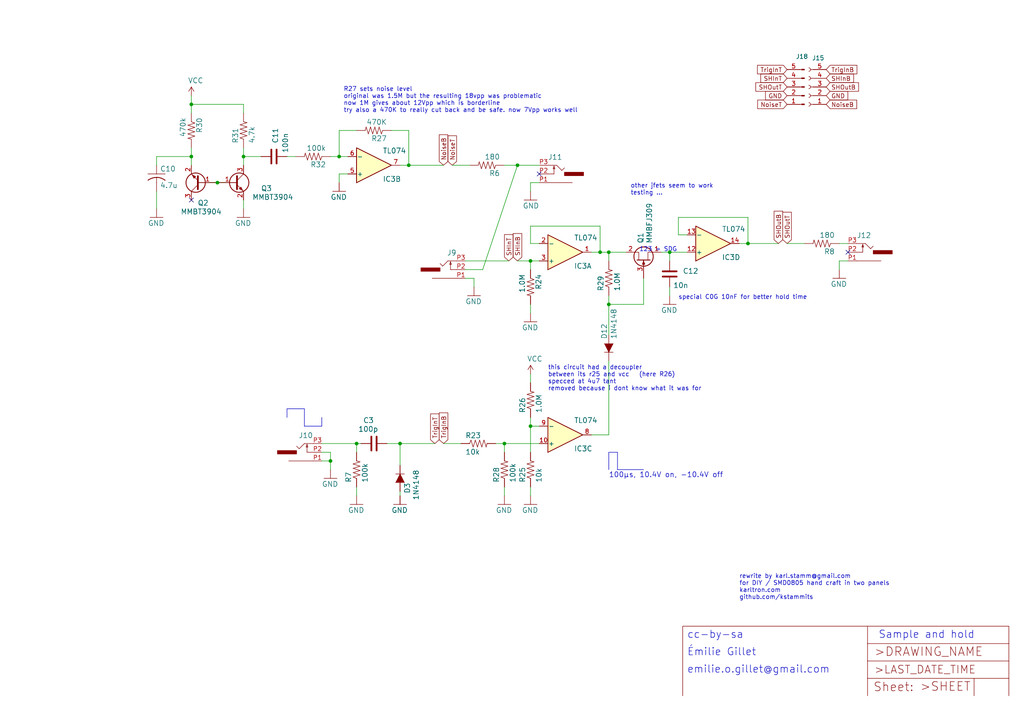
<source format=kicad_sch>
(kicad_sch (version 20230121) (generator eeschema)
  (paper "User" 299.06 210.007)
  (title_block (title "Crimps") (date "2021-11-12") (rev "1.2.1") (company "Karltron.com"))
  (lib_symbols
    (symbol "Amplifier_Operational:TL074" (pin_names (offset 0.127))
      (property "Reference" "U" (at 0 5.08 0))
      (property "Value" "TL074" (at 0 -5.08 0))
      (symbol "TL074_1_1"
        (polyline (pts (xy -5.08 5.08) (xy 5.08 0) (xy -5.08 -5.08) (xy -5.08 5.08)) (stroke (width 0.254)) (fill (type background)))
        (pin output line (at 7.62 0 180) (length 2.54) (name "~") (number "1"))
        (pin input line (at -7.62 -2.54 0) (length 2.54) (name "-") (number "2"))
        (pin input line (at -7.62 2.54 0) (length 2.54) (name "+") (number "3"))
      )
      (symbol "TL074_2_1"
        (polyline (pts (xy -5.08 5.08) (xy 5.08 0) (xy -5.08 -5.08) (xy -5.08 5.08)) (stroke (width 0.254)) (fill (type background)))
        (pin input line (at -7.62 2.54 0) (length 2.54) (name "+") (number "5"))
        (pin input line (at -7.62 -2.54 0) (length 2.54) (name "-") (number "6"))
        (pin output line (at 7.62 0 180) (length 2.54) (name "~") (number "7"))
      )
      (symbol "TL074_3_1"
        (polyline (pts (xy -5.08 5.08) (xy 5.08 0) (xy -5.08 -5.08) (xy -5.08 5.08)) (stroke (width 0.254)) (fill (type background)))
        (pin input line (at -7.62 2.54 0) (length 2.54) (name "+") (number "10"))
        (pin output line (at 7.62 0 180) (length 2.54) (name "~") (number "8"))
        (pin input line (at -7.62 -2.54 0) (length 2.54) (name "-") (number "9"))
      )
      (symbol "TL074_4_1"
        (polyline (pts (xy -5.08 5.08) (xy 5.08 0) (xy -5.08 -5.08) (xy -5.08 5.08)) (stroke (width 0.254)) (fill (type background)))
        (pin input line (at -7.62 2.54 0) (length 2.54) (name "+") (number "12"))
        (pin input line (at -7.62 -2.54 0) (length 2.54) (name "-") (number "13"))
        (pin output line (at 7.62 0 180) (length 2.54) (name "~") (number "14"))
      )
      (symbol "TL074_5_1"
        (pin power_in line (at -2.54 -7.62 90) (length 3.81) (name "V-") (number "11"))
        (pin power_in line (at -2.54 7.62 270) (length 3.81) (name "V+") (number "4"))
      )
    )
    (symbol "Jinx-rescue:C-device" (pin_numbers hide) (pin_names (offset 0.254))
      (property "Reference" "C" (at 0.635 2.54 0))
      (property "Value" "device_C" (at 0.635 -2.54 0))
      (symbol "C-device_0_1"
        (polyline (pts (xy -2.032 -0.762) (xy 2.032 -0.762)) (stroke (width 0.508)))
        (polyline (pts (xy -2.032 0.762) (xy 2.032 0.762)) (stroke (width 0.508)))
      )
      (symbol "C-device_1_1"
        (pin passive line (at 0 3.81 270) (length 2.794) (name "~") (number "1"))
        (pin passive line (at 0 -3.81 90) (length 2.794) (name "~") (number "2"))
      )
    )
    (symbol "Jinx-rescue:Conn_01x05_Female-Connector" (pin_names (offset 1.016) hide)
      (property "Reference" "J" (at 0 7.62 0))
      (property "Value" "Connector_Conn_01x05_Female" (at 0 -7.62 0))
      (symbol "Conn_01x05_Female-Connector_1_1"
        (arc (start 0 -4.572) (mid -0.5058 -5.08) (end 0 -5.588) (stroke (width 0.1524)))
        (arc (start 0 -2.032) (mid -0.5058 -2.54) (end 0 -3.048) (stroke (width 0.1524)))
        (polyline (pts (xy -1.27 -5.08) (xy -0.508 -5.08)) (stroke (width 0.1524)))
        (polyline (pts (xy -1.27 -2.54) (xy -0.508 -2.54)) (stroke (width 0.1524)))
        (polyline (pts (xy -1.27 0) (xy -0.508 0)) (stroke (width 0.1524)))
        (polyline (pts (xy -1.27 2.54) (xy -0.508 2.54)) (stroke (width 0.1524)))
        (polyline (pts (xy -1.27 5.08) (xy -0.508 5.08)) (stroke (width 0.1524)))
        (arc (start 0 0.508) (mid -0.5058 0) (end 0 -0.508) (stroke (width 0.1524)))
        (arc (start 0 3.048) (mid -0.5058 2.54) (end 0 2.032) (stroke (width 0.1524)))
        (arc (start 0 5.588) (mid -0.5058 5.08) (end 0 4.572) (stroke (width 0.1524)))
        (pin passive line (at -5.08 5.08 0) (length 3.81) (name "Pin_1") (number "1"))
        (pin passive line (at -5.08 2.54 0) (length 3.81) (name "Pin_2") (number "2"))
        (pin passive line (at -5.08 0 0) (length 3.81) (name "Pin_3") (number "3"))
        (pin passive line (at -5.08 -2.54 0) (length 3.81) (name "Pin_4") (number "4"))
        (pin passive line (at -5.08 -5.08 0) (length 3.81) (name "Pin_5") (number "5"))
      )
    )
    (symbol "Jinx-rescue:Conn_01x05_Male-Connector" (pin_names (offset 1.016) hide)
      (property "Reference" "J" (at 0 7.62 0))
      (property "Value" "Connector_Conn_01x05_Male" (at 0 -7.62 0))
      (symbol "Conn_01x05_Male-Connector_1_1"
        (polyline (pts (xy 1.27 -5.08) (xy 0.8636 -5.08)) (stroke (width 0.1524)))
        (polyline (pts (xy 1.27 -2.54) (xy 0.8636 -2.54)) (stroke (width 0.1524)))
        (polyline (pts (xy 1.27 0) (xy 0.8636 0)) (stroke (width 0.1524)))
        (polyline (pts (xy 1.27 2.54) (xy 0.8636 2.54)) (stroke (width 0.1524)))
        (polyline (pts (xy 1.27 5.08) (xy 0.8636 5.08)) (stroke (width 0.1524)))
        (rectangle (start 0.8636 -4.953) (end 0 -5.207) (stroke (width 0.1524)) (fill (type outline)))
        (rectangle (start 0.8636 -2.413) (end 0 -2.667) (stroke (width 0.1524)) (fill (type outline)))
        (rectangle (start 0.8636 0.127) (end 0 -0.127) (stroke (width 0.1524)) (fill (type outline)))
        (rectangle (start 0.8636 2.667) (end 0 2.413) (stroke (width 0.1524)) (fill (type outline)))
        (rectangle (start 0.8636 5.207) (end 0 4.953) (stroke (width 0.1524)) (fill (type outline)))
        (pin passive line (at 5.08 5.08 180) (length 3.81) (name "Pin_1") (number "1"))
        (pin passive line (at 5.08 2.54 180) (length 3.81) (name "Pin_2") (number "2"))
        (pin passive line (at 5.08 0 180) (length 3.81) (name "Pin_3") (number "3"))
        (pin passive line (at 5.08 -2.54 180) (length 3.81) (name "Pin_4") (number "4"))
        (pin passive line (at 5.08 -5.08 180) (length 3.81) (name "Pin_5") (number "5"))
      )
    )
    (symbol "Jinx-rescue:D-device" (pin_numbers hide) (pin_names (offset 1.016) hide)
      (property "Reference" "D" (at 0 2.54 0))
      (property "Value" "device_D" (at 0 -2.54 0))
      (symbol "D-device_0_1"
        (polyline (pts (xy -1.27 1.27) (xy -1.27 -1.27)) (stroke (width 0.1524)))
        (polyline (pts (xy 1.27 1.27) (xy -1.27 0) (xy 1.27 -1.27)) (fill (type outline)))
      )
      (symbol "D-device_1_1"
        (pin passive line (at -3.81 0 0) (length 2.54) (name "K") (number "1"))
        (pin passive line (at 3.81 0 180) (length 2.54) (name "A") (number "2"))
      )
    )
    (symbol "Jinx-rescue:Q_NJFET_SDG-device" (pin_names (offset 0) hide)
      (property "Reference" "Q" (at 7.62 1.27 0))
      (property "Value" "device_Q_NJFET_SDG" (at 16.51 -1.27 0))
      (symbol "Q_NJFET_SDG-device_0_1"
        (polyline (pts (xy 0.254 1.905) (xy 0.254 -1.905) (xy 0.254 -1.905)) (stroke (width 0.254)))
        (polyline (pts (xy 2.54 -2.54) (xy 2.54 -1.27) (xy 0.254 -1.27)))
        (polyline (pts (xy 2.54 2.54) (xy 2.54 1.397) (xy 0.254 1.397)))
        (polyline (pts (xy 0 0) (xy -1.016 0.381) (xy -1.016 -0.381) (xy 0 0)) (fill (type outline)))
        (circle (center 1.27 0) (radius 2.8194) (stroke (width 0.254)))
      )
      (symbol "Q_NJFET_SDG-device_1_1"
        (pin passive line (at 2.54 -5.08 90) (length 2.54) (name "S") (number "1"))
        (pin passive line (at 2.54 5.08 270) (length 2.54) (name "D") (number "2"))
        (pin input line (at -5.08 0 0) (length 5.334) (name "G") (number "3"))
      )
    )
    (symbol "Jinx-rescue:Q_NPN_BEC-device" (pin_names (offset 0) hide)
      (property "Reference" "Q" (at 7.62 1.27 0))
      (property "Value" "device_Q_NPN_BEC" (at 15.24 -1.27 0))
      (symbol "Q_NPN_BEC-device_0_1"
        (polyline (pts (xy 0.635 0.635) (xy 2.54 2.54)))
        (polyline (pts (xy 0.635 -0.635) (xy 2.54 -2.54) (xy 2.54 -2.54)))
        (polyline (pts (xy 0.635 1.905) (xy 0.635 -1.905) (xy 0.635 -1.905)) (stroke (width 0.508)))
        (polyline (pts (xy 1.27 -1.778) (xy 1.778 -1.27) (xy 2.286 -2.286) (xy 1.27 -1.778) (xy 1.27 -1.778)) (fill (type outline)))
        (circle (center 1.27 0) (radius 2.8194) (stroke (width 0.254)))
      )
      (symbol "Q_NPN_BEC-device_1_1"
        (pin input line (at -5.08 0 0) (length 5.715) (name "B") (number "1"))
        (pin passive line (at 2.54 -5.08 90) (length 2.54) (name "E") (number "2"))
        (pin passive line (at 2.54 5.08 270) (length 2.54) (name "C") (number "3"))
      )
    )
    (symbol "k2-eagle-import:A4L-LOC" (pin_names (offset 1.016))
      (symbol "A4L-LOC_1_0"
        (polyline (pts (xy 161.29 3.81) (xy 161.29 24.13)))
        (polyline (pts (xy 161.29 24.13) (xy 215.265 24.13)))
        (polyline (pts (xy 215.265 8.89) (xy 215.265 3.81)))
        (polyline (pts (xy 215.265 8.89) (xy 215.265 13.97)))
        (polyline (pts (xy 215.265 13.97) (xy 215.265 19.05)))
        (polyline (pts (xy 215.265 13.97) (xy 256.54 13.97)))
        (polyline (pts (xy 215.265 19.05) (xy 215.265 24.13)))
        (polyline (pts (xy 215.265 19.05) (xy 256.54 19.05)))
        (polyline (pts (xy 215.265 24.13) (xy 256.54 24.13)))
        (polyline (pts (xy 246.38 3.81) (xy 246.38 8.89)))
        (polyline (pts (xy 246.38 8.89) (xy 215.265 8.89)))
        (polyline (pts (xy 246.38 8.89) (xy 256.54 8.89)))
        (polyline (pts (xy 256.54 3.81) (xy 256.54 8.89)))
        (polyline (pts (xy 256.54 8.89) (xy 256.54 13.97)))
        (polyline (pts (xy 256.54 13.97) (xy 256.54 19.05)))
        (polyline (pts (xy 256.54 19.05) (xy 256.54 24.13)))
        (text ">DRAWING_NAME" (at 217.17 15.24 0) (effects (font (size 2.54 2.54)) (justify left bottom)))
        (text ">LAST_DATE_TIME" (at 217.17 10.16 0) (effects (font (size 2.286 2.286)) (justify left bottom)))
        (text ">SHEET" (at 230.505 5.08 0) (effects (font (size 2.54 2.54)) (justify left bottom)))
        (text "Sheet:" (at 216.916 4.953 0) (effects (font (size 2.54 2.54)) (justify left bottom)))
      )
    )
    (symbol "k2-eagle-import:C-USC0603" (pin_names (offset 1.016))
      (property "Reference" "C" (at 1.016 0.635 0))
      (property "Value" "C-USC0603" (at 1.016 -4.191 0))
      (symbol "C-USC0603_1_0"
        (arc (start 0 -1.016) (mid -1.2939 -1.2289) (end -2.4638 -1.8288) (stroke (width 0.254)))
        (polyline (pts (xy -2.54 0) (xy 2.54 0)))
        (polyline (pts (xy 0 -1.016) (xy 0 -2.54)))
        (arc (start 2.4892 -1.8542) (mid 1.3167 -1.2157) (end 0 -0.9906) (stroke (width 0.254)))
        (pin passive line (at 0 2.54 270) (length 2.54) (name "1") (number "1"))
        (pin passive line (at 0 -5.08 90) (length 2.54) (name "2") (number "2"))
      )
    )
    (symbol "k2-eagle-import:GND" (power) (pin_names (offset 1.016))
      (property "Value" "GND" (at -2.54 -2.54 0))
      (symbol "GND_1_0"
        (polyline (pts (xy -1.905 0) (xy 1.905 0)))
        (pin power_in line (at 0 2.54 270) (length 2.54) (name "GND") (number "1"))
      )
    )
    (symbol "k2-eagle-import:PJ301_THONKICONN6" (pin_names (offset 1.016))
      (property "Reference" "J" (at -2.54 4.064 0))
      (symbol "PJ301_THONKICONN6_1_0"
        (polyline (pts (xy -2.54 -2.54) (xy 4.572 -2.54)))
        (polyline (pts (xy -2.54 0) (xy -0.762 0)))
        (polyline (pts (xy -2.54 2.54) (xy 0 2.54)))
        (polyline (pts (xy -1.016 1.524) (xy -0.508 1.524)))
        (polyline (pts (xy -0.762 0) (xy -0.762 2.286)))
        (polyline (pts (xy -0.762 2.286) (xy -1.016 1.524)))
        (polyline (pts (xy -0.508 1.524) (xy -0.762 2.286)))
        (polyline (pts (xy 0 2.54) (xy 1.524 1.016)))
        (polyline (pts (xy 1.524 1.016) (xy 2.286 1.778)))
        (rectangle (start 2.286 -0.508) (end 7.874 0.508) (fill (type outline)))
        (pin passive line (at -5.08 -2.54 0) (length 2.54) (name "1") (number "P1"))
        (pin passive line (at -5.08 0 0) (length 2.54) (name "2") (number "P2"))
        (pin passive line (at -5.08 2.54 0) (length 2.54) (name "3") (number "P3"))
      )
    )
    (symbol "k2-eagle-import:R-US_R0402" (pin_names (offset 1.016))
      (property "Reference" "R" (at -3.81 1.4986 0))
      (property "Value" "R-US_R0402" (at -3.81 -3.302 0))
      (symbol "R-US_R0402_1_0"
        (polyline (pts (xy -2.54 0) (xy -2.159 1.016)))
        (polyline (pts (xy -2.159 1.016) (xy -1.524 -1.016)))
        (polyline (pts (xy -1.524 -1.016) (xy -0.889 1.016)))
        (polyline (pts (xy -0.889 1.016) (xy -0.254 -1.016)))
        (polyline (pts (xy -0.254 -1.016) (xy 0.381 1.016)))
        (polyline (pts (xy 0.381 1.016) (xy 1.016 -1.016)))
        (polyline (pts (xy 1.016 -1.016) (xy 1.651 1.016)))
        (polyline (pts (xy 1.651 1.016) (xy 2.286 -1.016)))
        (polyline (pts (xy 2.286 -1.016) (xy 2.54 0)))
        (pin passive line (at -5.08 0 0) (length 2.54) (name "1") (number "1"))
        (pin passive line (at 5.08 0 180) (length 2.54) (name "2") (number "2"))
      )
    )
    (symbol "k2-eagle-import:VCC" (power) (pin_names (offset 1.016))
      (property "Value" "VCC" (at -1.016 3.556 0))
      (symbol "VCC_1_0"
        (polyline (pts (xy 0 2.54) (xy -0.762 1.27)))
        (polyline (pts (xy 0.762 1.27) (xy 0 2.54)))
        (pin power_in line (at 0 0 90) (length 2.54) (name "VCC") (number "1"))
      )
    )
  )
  (junction (at 177.8 73.66))
  (junction (at 55.88 45.72))
  (junction (at 154.94 76.2))
  (junction (at 154.94 124.46))
  (junction (at 218.44 71.12))
  (junction (at 119.38 48.26))
  (junction (at 151.13 48.26))
  (junction (at 96.52 134.62))
  (junction (at 147.32 129.54))
  (junction (at 55.88 30.48))
  (junction (at 177.8 88.9))
  (junction (at 116.84 129.54))
  (junction (at 175.26 73.66))
  (junction (at 63.5 53.34))
  (junction (at 99.06 45.72))
  (junction (at 104.14 129.54))
  (junction (at 71.12 45.72))
  (junction (at 195.58 73.66))
  (no_connect (at 55.88 58.42))
  (no_connect (at 157.48 50.8))
  (no_connect (at 247.65 73.66))
  (wire (pts (xy 71.12 48.26) (xy 71.12 45.72)))
  (wire (pts (xy 71.12 45.72) (xy 71.12 43.18)))
  (wire (pts (xy 154.94 71.12) (xy 154.94 66.04)))
  (wire (pts (xy 218.44 71.12) (xy 215.9 71.12)))
  (polyline (pts (xy 88.9 124.46) (xy 93.98 124.46)))
  (wire (pts (xy 218.44 63.5) (xy 218.44 71.12)))
  (wire (pts (xy 138.43 81.28) (xy 138.43 83.82)))
  (wire (pts (xy 198.12 63.5) (xy 218.44 63.5)))
  (wire (pts (xy 60.96 53.34) (xy 63.5 53.34)))
  (wire (pts (xy 157.48 71.12) (xy 154.94 71.12)))
  (wire (pts (xy 154.94 124.46) (xy 154.94 121.92)))
  (wire (pts (xy 151.13 76.2) (xy 154.94 76.2)))
  (wire (pts (xy 135.89 76.2) (xy 148.59 76.2)))
  (wire (pts (xy 147.32 129.54) (xy 147.32 132.08)))
  (wire (pts (xy 104.14 38.1) (xy 99.06 38.1)))
  (wire (pts (xy 116.84 129.54) (xy 116.84 135.89)))
  (wire (pts (xy 93.98 132.08) (xy 96.52 132.08)))
  (wire (pts (xy 76.2 45.72) (xy 71.12 45.72)))
  (wire (pts (xy 99.06 38.1) (xy 99.06 45.72)))
  (polyline (pts (xy 180.34 137.16) (xy 187.96 137.16)))
  (wire (pts (xy 104.14 142.24) (xy 104.14 144.78)))
  (wire (pts (xy 71.12 58.42) (xy 71.12 60.96)))
  (wire (pts (xy 154.94 66.04) (xy 175.26 66.04)))
  (wire (pts (xy 245.11 76.2) (xy 245.11 78.74)))
  (wire (pts (xy 157.48 124.46) (xy 154.94 124.46)))
  (wire (pts (xy 45.72 45.72) (xy 55.88 45.72)))
  (wire (pts (xy 119.38 48.26) (xy 129.54 48.26)))
  (wire (pts (xy 172.72 127) (xy 177.8 127)))
  (wire (pts (xy 104.14 129.54) (xy 93.98 129.54)))
  (wire (pts (xy 154.94 78.74) (xy 154.94 76.2)))
  (wire (pts (xy 99.06 45.72) (xy 96.52 45.72)))
  (wire (pts (xy 86.36 45.72) (xy 83.82 45.72)))
  (wire (pts (xy 154.94 88.9) (xy 154.94 91.44)))
  (wire (pts (xy 177.8 86.36) (xy 177.8 88.9)))
  (wire (pts (xy 147.32 48.26) (xy 151.13 48.26)))
  (wire (pts (xy 116.84 129.54) (xy 127 129.54)))
  (wire (pts (xy 96.52 134.62) (xy 96.52 137.16)))
  (wire (pts (xy 147.32 129.54) (xy 157.48 129.54)))
  (wire (pts (xy 104.14 129.54) (xy 105.41 129.54)))
  (polyline (pts (xy 180.34 132.08) (xy 180.34 137.16)))
  (wire (pts (xy 247.65 76.2) (xy 245.11 76.2)))
  (wire (pts (xy 119.38 38.1) (xy 119.38 48.26)))
  (wire (pts (xy 99.06 50.8) (xy 99.06 53.34)))
  (polyline (pts (xy 83.82 119.38) (xy 88.9 119.38)))
  (wire (pts (xy 157.48 53.34) (xy 154.94 53.34)))
  (wire (pts (xy 154.94 53.34) (xy 154.94 55.88)))
  (polyline (pts (xy 83.82 121.92) (xy 83.82 119.38)))
  (wire (pts (xy 195.58 73.66) (xy 195.58 76.2)))
  (wire (pts (xy 175.26 73.66) (xy 177.8 73.66)))
  (wire (pts (xy 229.87 71.12) (xy 234.95 71.12)))
  (wire (pts (xy 195.58 83.82) (xy 195.58 86.36)))
  (wire (pts (xy 151.13 48.26) (xy 157.48 48.26)))
  (wire (pts (xy 116.84 144.78) (xy 116.84 143.51)))
  (wire (pts (xy 55.88 33.02) (xy 55.88 30.48)))
  (wire (pts (xy 140.97 78.74) (xy 151.13 48.26)))
  (wire (pts (xy 55.88 48.26) (xy 55.88 45.72)))
  (wire (pts (xy 144.78 129.54) (xy 147.32 129.54)))
  (wire (pts (xy 116.84 48.26) (xy 119.38 48.26)))
  (wire (pts (xy 114.3 38.1) (xy 119.38 38.1)))
  (wire (pts (xy 101.6 50.8) (xy 99.06 50.8)))
  (wire (pts (xy 177.8 88.9) (xy 187.96 88.9)))
  (wire (pts (xy 218.44 71.12) (xy 227.33 71.12)))
  (wire (pts (xy 147.32 142.24) (xy 147.32 144.78)))
  (polyline (pts (xy 177.8 137.16) (xy 177.8 132.08)))
  (wire (pts (xy 96.52 132.08) (xy 96.52 134.62)))
  (wire (pts (xy 55.88 30.48) (xy 55.88 27.94)))
  (wire (pts (xy 177.8 97.79) (xy 177.8 88.9)))
  (polyline (pts (xy 93.98 124.46) (xy 93.98 121.92)))
  (wire (pts (xy 55.88 30.48) (xy 71.12 30.48)))
  (wire (pts (xy 177.8 127) (xy 177.8 105.41)))
  (wire (pts (xy 55.88 45.72) (xy 55.88 43.18)))
  (wire (pts (xy 154.94 76.2) (xy 157.48 76.2)))
  (wire (pts (xy 104.14 132.08) (xy 104.14 129.54)))
  (wire (pts (xy 113.03 129.54) (xy 116.84 129.54)))
  (wire (pts (xy 198.12 68.58) (xy 198.12 63.5)))
  (wire (pts (xy 154.94 142.24) (xy 154.94 144.78)))
  (wire (pts (xy 177.8 73.66) (xy 182.88 73.66)))
  (wire (pts (xy 154.94 124.46) (xy 154.94 132.08)))
  (wire (pts (xy 129.54 129.54) (xy 134.62 129.54)))
  (wire (pts (xy 132.08 48.26) (xy 137.16 48.26)))
  (wire (pts (xy 140.97 78.74) (xy 135.89 78.74)))
  (wire (pts (xy 63.5 53.34) (xy 66.04 53.34)))
  (polyline (pts (xy 88.9 119.38) (xy 88.9 124.46)))
  (wire (pts (xy 45.72 55.88) (xy 45.72 60.96)))
  (wire (pts (xy 187.96 88.9) (xy 187.96 81.28)))
  (wire (pts (xy 177.8 76.2) (xy 177.8 73.66)))
  (wire (pts (xy 135.89 81.28) (xy 138.43 81.28)))
  (wire (pts (xy 245.11 71.12) (xy 247.65 71.12)))
  (wire (pts (xy 193.04 73.66) (xy 195.58 73.66)))
  (wire (pts (xy 200.66 68.58) (xy 198.12 68.58)))
  (wire (pts (xy 99.06 45.72) (xy 101.6 45.72)))
  (wire (pts (xy 175.26 73.66) (xy 172.72 73.66)))
  (wire (pts (xy 93.98 134.62) (xy 96.52 134.62)))
  (wire (pts (xy 45.72 48.26) (xy 45.72 45.72)))
  (wire (pts (xy 154.94 111.76) (xy 154.94 109.22)))
  (wire (pts (xy 195.58 73.66) (xy 200.66 73.66)))
  (wire (pts (xy 71.12 30.48) (xy 71.12 33.02)))
  (polyline (pts (xy 177.8 132.08) (xy 180.34 132.08)))
  (wire (pts (xy 175.26 66.04) (xy 175.26 73.66)))
  (text "rewrite by karl.stamm@gmail.com\nfor DIY / SMD0805 hand craft in two panels\nkarltron.com\ngithub.com/kstammits" (at 215.9 175.26 0) (effects (font (size 1.27 1.27)) (justify left bottom)))
  (text "100µs, 10.4V on, -10.4V off" (at 177.8 139.7 0) (effects (font (size 1.4986 1.4986)) (justify left bottom)))
  (text "Émilie Gillet" (at 200.66 191.77 0) (effects (font (size 2.159 2.159)) (justify left bottom)))
  (text "emilie.o.gillet@gmail.com" (at 200.66 196.85 0) (effects (font (size 2.159 2.159)) (justify left bottom)))
  (text "special C0G 10nF for better hold time" (at 198.12 87.63 0) (effects (font (size 1.27 1.27)) (justify left bottom)))
  (text "this circuit had a decoupler \nbetween its r25 and vcc   (here R26)\nspecced at 4u7 tant\nremoved because i dont know what it was for" (at 160.02 114.3 0) (effects (font (size 1.27 1.27)) (justify left bottom)))
  (text "R27 sets noise level\noriginal was 1.5M but the resulting 18vpp was problematic\nnow 1M gives about 12Vpp which is borderline\ntry also a 470K to really cut back and be safe. now 7Vpp works well" (at 100.33 33.02 0) (effects (font (size 1.27 1.27)) (justify left bottom)))
  (text "cc-by-sa" (at 200.66 186.69 0) (effects (font (size 2.159 2.159)) (justify left bottom)))
  (text "other jfets seem to work\ntesting ..." (at 184.15 57.15 0) (effects (font (size 1.27 1.27)) (justify left bottom)))
  (text "123 = SDG" (at 186.69 73.66 0) (effects (font (size 1.27 1.27)) (justify left bottom)))
  (text "Sample and hold" (at 256.54 186.69 0) (effects (font (size 2.159 2.159)) (justify left bottom)))
  (global_label "SHInB" (shape input) (at 241.3 22.86 0) (property "Intersheetrefs" "${INTERSHEET_REFS}" (effects hide)))
  (global_label "GND" (shape input) (at 229.87 27.94 180) (property "Intersheetrefs" "${INTERSHEET_REFS}" (effects hide)))
  (global_label "NoiseT" (shape input) (at 132.08 48.26 90) (property "Intersheetrefs" "${INTERSHEET_REFS}" (effects hide)))
  (global_label "NoiseB" (shape input) (at 241.3 30.48 0) (property "Intersheetrefs" "${INTERSHEET_REFS}" (effects hide)))
  (global_label "TrigInT" (shape input) (at 127 129.54 90) (property "Intersheetrefs" "${INTERSHEET_REFS}" (effects hide)))
  (global_label "SHInB" (shape input) (at 151.13 76.2 90) (property "Intersheetrefs" "${INTERSHEET_REFS}" (effects hide)))
  (global_label "SHInT" (shape input) (at 229.87 22.86 180) (property "Intersheetrefs" "${INTERSHEET_REFS}" (effects hide)))
  (global_label "NoiseB" (shape input) (at 129.54 48.26 90) (property "Intersheetrefs" "${INTERSHEET_REFS}" (effects hide)))
  (global_label "SHOutT" (shape input) (at 229.87 71.12 90) (property "Intersheetrefs" "${INTERSHEET_REFS}" (effects hide)))
  (global_label "TrigInB" (shape input) (at 129.54 129.54 90) (property "Intersheetrefs" "${INTERSHEET_REFS}" (effects hide)))
  (global_label "SHOutB" (shape input) (at 227.33 71.12 90) (property "Intersheetrefs" "${INTERSHEET_REFS}" (effects hide)))
  (global_label "TrigInB" (shape input) (at 241.3 20.32 0) (property "Intersheetrefs" "${INTERSHEET_REFS}" (effects hide)))
  (global_label "NoiseT" (shape input) (at 229.87 30.48 180) (property "Intersheetrefs" "${INTERSHEET_REFS}" (effects hide)))
  (global_label "SHInT" (shape input) (at 148.59 76.2 90) (property "Intersheetrefs" "${INTERSHEET_REFS}" (effects hide)))
  (global_label "GND" (shape input) (at 241.3 27.94 0) (property "Intersheetrefs" "${INTERSHEET_REFS}" (effects hide)))
  (global_label "TrigInT" (shape input) (at 229.87 20.32 180) (property "Intersheetrefs" "${INTERSHEET_REFS}" (effects hide)))
  (global_label "SHOutT" (shape input) (at 229.87 25.4 180) (property "Intersheetrefs" "${INTERSHEET_REFS}" (effects hide)))
  (global_label "SHOutB" (shape input) (at 241.3 25.4 0) (property "Intersheetrefs" "${INTERSHEET_REFS}" (effects hide)))
  (symbol (lib_id "k2-eagle-import:PJ301_THONKICONN6") (at 162.56 50.8 0) (unit 1)
    (property "Reference" "J11" (at 160.02 46.736 0) (effects (font (size 1.4986 1.4986)) (justify left bottom)))
    (property "Value" "PJ301_THONKICONN6" (effects hide))
    (property "Footprint" "k2:WQP_PJ_301M6" (effects hide))
  )
  (symbol (lib_id "Jinx-rescue:C-device") (at 80.01 45.72 90) (unit 1)
    (property "Reference" "C11" (at 81.28 41.91 0) (effects (font (size 1.4986 1.4986)) (justify left bottom)))
    (property "Value" "100n" (at 84.201 44.704 0) (effects (font (size 1.4986 1.4986)) (justify left bottom)))
    (property "Footprint" "Capacitor_SMD:C_0805_2012Metric_Pad1.18x1.45mm_HandSolder" (effects hide))
  )
  (symbol (lib_id "Jinx-rescue:C-device") (at 109.22 129.54 90) (unit 1)
    (property "Reference" "C3" (at 109.22 121.92 90) (effects (font (size 1.4986 1.4986)) (justify left bottom)))
    (property "Value" "100p" (at 110.49 124.46 90) (effects (font (size 1.4986 1.4986)) (justify left bottom)))
    (property "Footprint" "Capacitor_SMD:C_0805_2012Metric_Pad1.18x1.45mm_HandSolder" (effects hide))
  )
  (symbol (lib_id "Jinx-rescue:C-device") (at 195.58 80.01 0) (unit 1)
    (property "Reference" "C12" (at 199.39 80.01 0) (effects (font (size 1.4986 1.4986)) (justify left bottom)))
    (property "Value" "10n" (at 196.596 84.201 0) (effects (font (size 1.4986 1.4986)) (justify left bottom)))
    (property "Footprint" "Capacitor_SMD:C_0805_2012Metric_Pad1.18x1.45mm_HandSolder" (effects hide))
  )
  (symbol (lib_id "k2-eagle-import:GND") (at 195.58 88.9 0) (unit 1)
    (property "Reference" "#GND030" (effects hide))
    (property "Value" "GND" (at 193.04 91.44 0) (effects (font (size 1.4986 1.4986)) (justify left bottom)))
    (instances (project "Jinx" (path "" (reference "#GND030") (unit 1)) (path "" (reference "#GND30") (unit 1))))
  )
  (symbol (lib_id "k2-eagle-import:GND") (at 154.94 58.42 0) (mirror y) (unit 1)
    (property "Reference" "#GND015" (effects hide))
    (property "Value" "GND" (at 157.48 60.96 0) (effects (font (size 1.4986 1.4986)) (justify left bottom)))
    (instances (project "Jinx" (path "" (reference "#GND015") (unit 1)) (path "" (reference "#GND15") (unit 1))))
  )
  (symbol (lib_id "k2-eagle-import:PJ301_THONKICONN6") (at 130.81 78.74 0) (mirror y) (unit 1)
    (property "Reference" "J9" (at 133.35 74.676 0) (effects (font (size 1.4986 1.4986)) (justify left bottom)))
    (property "Value" "PJ301_THONKICONN6" (effects hide))
    (property "Footprint" "k2:WQP_PJ_301M6" (effects hide))
  )
  (symbol (lib_id "k2-eagle-import:GND") (at 96.52 139.7 0) (unit 1)
    (property "Reference" "#GND016" (effects hide))
    (property "Value" "GND" (at 93.98 142.24 0) (effects (font (size 1.4986 1.4986)) (justify left bottom)))
    (instances (project "Jinx" (path "" (reference "#GND016") (unit 1)) (path "" (reference "#GND16") (unit 1))))
  )
  (symbol (lib_id "k2-eagle-import:VCC") (at 55.88 27.94 0) (unit 1)
    (property "Reference" "#P+03" (effects hide))
    (property "Value" "VCC" (at 54.864 24.384 0) (effects (font (size 1.4986 1.4986)) (justify left bottom)))
    (instances (project "Jinx" (path "" (reference "#P+03") (unit 1)) (path "" (reference "#P+3") (unit 1))))
  )
  (symbol (lib_id "Jinx-rescue:D-device") (at 177.8 101.6 90) (unit 1)
    (property "Reference" "D12" (at 177.3174 99.06 0) (effects (font (size 1.4986 1.4986)) (justify left bottom)))
    (property "Value" "1N4148" (at 180.1114 99.06 0) (effects (font (size 1.4986 1.4986)) (justify left bottom)))
    (property "Footprint" "Diode_SMD:D_1206_3216Metric_Pad1.42x1.75mm_HandSolder" (effects hide))
  )
  (symbol (lib_id "Jinx-rescue:Q_NPN_BEC-device") (at 58.42 53.34 180) (unit 1)
    (property "Reference" "Q2" (at 60.96 58.42 0) (effects (font (size 1.4986 1.4986)) (justify left bottom)))
    (property "Value" "MMBT3904" (at 64.77 60.96 0) (effects (font (size 1.4986 1.4986)) (justify left bottom)))
    (property "Footprint" "Package_TO_SOT_SMD:SOT-23_Handsoldering" (effects hide))
  )
  (symbol (lib_id "k2-eagle-import:R-US_R0402") (at 142.24 48.26 180) (unit 1)
    (property "Reference" "R6" (at 146.05 49.7586 0) (effects (font (size 1.4986 1.4986)) (justify left bottom)))
    (property "Value" "180" (at 146.05 44.958 0) (effects (font (size 1.4986 1.4986)) (justify left bottom)))
    (property "Footprint" "Resistor_SMD:R_0805_2012Metric_Pad1.20x1.40mm_HandSolder" (effects hide))
  )
  (symbol (lib_id "k2-eagle-import:R-US_R0402") (at 104.14 137.16 90) (unit 1)
    (property "Reference" "R7" (at 102.6414 140.97 0) (effects (font (size 1.4986 1.4986)) (justify left bottom)))
    (property "Value" "100k" (at 107.442 140.97 0) (effects (font (size 1.4986 1.4986)) (justify left bottom)))
    (property "Footprint" "Resistor_SMD:R_0805_2012Metric_Pad1.20x1.40mm_HandSolder" (effects hide))
  )
  (symbol (lib_id "k2-eagle-import:VCC") (at 154.94 109.22 0) (unit 1)
    (property "Reference" "#P+08" (effects hide))
    (property "Value" "VCC" (at 153.924 105.664 0) (effects (font (size 1.4986 1.4986)) (justify left bottom)))
    (instances (project "Jinx" (path "" (reference "#P+08") (unit 1)) (path "" (reference "#P+8") (unit 1))))
  )
  (symbol (lib_id "Amplifier_Operational:TL074") (at 109.22 48.26 0) (mirror x) (unit 2)
    (property "Reference" "IC3" (at 111.76 51.435 0) (effects (font (size 1.4986 1.4986)) (justify left bottom)))
    (property "Value" "TL074" (at 111.76 43.18 0) (effects (font (size 1.4986 1.4986)) (justify left bottom)))
    (property "Footprint" "Package_SO:SOIC-14_3.9x8.7mm_P1.27mm" (effects hide))
    (instances (project "Jinx" (path "" (reference "IC3") (unit 2)) (path "" (reference "IC?") (unit 1))))
  )
  (symbol (lib_id "Amplifier_Operational:TL074") (at 165.1 127 0) (mirror x) (unit 3)
    (property "Reference" "IC3" (at 167.64 130.175 0) (effects (font (size 1.4986 1.4986)) (justify left bottom)))
    (property "Value" "TL074" (at 167.64 121.92 0) (effects (font (size 1.4986 1.4986)) (justify left bottom)))
    (property "Footprint" "Package_SO:SOIC-14_3.9x8.7mm_P1.27mm" (effects hide))
    (instances (project "Jinx" (path "" (reference "IC3") (unit 3)) (path "" (reference "IC?") (unit 1))))
  )
  (symbol (lib_id "Amplifier_Operational:TL074") (at 208.28 71.12 0) (mirror x) (unit 4)
    (property "Reference" "IC3" (at 210.82 74.295 0) (effects (font (size 1.4986 1.4986)) (justify left bottom)))
    (property "Value" "TL074" (at 210.82 66.04 0) (effects (font (size 1.4986 1.4986)) (justify left bottom)))
    (property "Footprint" "Package_SO:SOIC-14_3.9x8.7mm_P1.27mm" (effects hide))
    (instances (project "Jinx" (path "" (reference "IC3") (unit 4)) (path "" (reference "IC?") (unit 1))))
  )
  (symbol (lib_id "Jinx-rescue:Conn_01x05_Female-Connector") (at 236.22 25.4 180) (unit 1)
    (property "Reference" "J15" (at 238.9632 16.9418 0))
    (property "Value" "Conn_01x05_Female" (effects hide))
    (property "Footprint" "Connector_PinHeader_2.54mm:PinHeader_1x05_P2.54mm_Vertical" (effects hide))
    (instances (project "Jinx" (path "" (reference "J15") (unit 1)) (path "" (reference "J?") (unit 1)) (path "" (reference "J15") (unit 1))))
  )
  (symbol (lib_id "Jinx-rescue:Conn_01x05_Male-Connector") (at 234.95 25.4 180) (unit 1)
    (property "Reference" "J18" (at 232.41 16.51 0) (effects (justify right)))
    (property "Value" "Conn_01x05_Male" (effects hide))
    (property "Footprint" "Connector_PinHeader_2.54mm:PinHeader_1x05_P2.54mm_Vertical" (effects hide))
    (instances (project "Jinx" (path "" (reference "J18") (unit 1)) (path "" (reference "J?") (unit 1)) (path "" (reference "J18") (unit 1))))
  )
  (symbol (lib_id "k2-eagle-import:R-US_R0402") (at 71.12 38.1 90) (unit 1)
    (property "Reference" "R31" (at 69.6214 41.91 0) (effects (font (size 1.4986 1.4986)) (justify left bottom)))
    (property "Value" "4.7k" (at 74.422 41.91 0) (effects (font (size 1.4986 1.4986)) (justify left bottom)))
    (property "Footprint" "Resistor_SMD:R_0805_2012Metric_Pad1.20x1.40mm_HandSolder" (effects hide))
  )
  (symbol (lib_id "k2-eagle-import:GND") (at 99.06 55.88 0) (unit 1)
    (property "Reference" "#GND05" (effects hide))
    (property "Value" "GND" (at 96.52 58.42 0) (effects (font (size 1.4986 1.4986)) (justify left bottom)))
    (instances (project "Jinx" (path "" (reference "#GND05") (unit 1)) (path "" (reference "#GND5") (unit 1))))
  )
  (symbol (lib_id "k2-eagle-import:R-US_R0402") (at 154.94 116.84 90) (unit 1)
    (property "Reference" "R26" (at 153.4414 120.65 0) (effects (font (size 1.4986 1.4986)) (justify left bottom)))
    (property "Value" "1.0M" (at 158.242 120.65 0) (effects (font (size 1.4986 1.4986)) (justify left bottom)))
    (property "Footprint" "Resistor_SMD:R_0805_2012Metric_Pad1.20x1.40mm_HandSolder" (effects hide))
  )
  (symbol (lib_id "k2-eagle-import:PJ301_THONKICONN6") (at 252.73 73.66 0) (unit 1)
    (property "Reference" "J12" (at 250.19 69.596 0) (effects (font (size 1.4986 1.4986)) (justify left bottom)))
    (property "Value" "PJ301_THONKICONN6" (effects hide))
    (property "Footprint" "k2:WQP_PJ_301M6" (effects hide))
  )
  (symbol (lib_id "k2-eagle-import:GND") (at 116.84 147.32 0) (unit 1)
    (property "Reference" "#GND032" (effects hide))
    (property "Value" "GND" (at 114.3 149.86 0) (effects (font (size 1.4986 1.4986)) (justify left bottom)))
    (instances (project "Jinx" (path "" (reference "#GND032") (unit 1)) (path "" (reference "#GND32") (unit 1))))
  )
  (symbol (lib_id "k2-eagle-import:GND") (at 104.14 147.32 0) (unit 1)
    (property "Reference" "#GND031" (effects hide))
    (property "Value" "GND" (at 101.6 149.86 0) (effects (font (size 1.4986 1.4986)) (justify left bottom)))
    (instances (project "Jinx" (path "" (reference "#GND031") (unit 1)) (path "" (reference "#GND31") (unit 1))))
  )
  (symbol (lib_id "k2-eagle-import:R-US_R0402") (at 240.03 71.12 180) (unit 1)
    (property "Reference" "R8" (at 243.84 72.6186 0) (effects (font (size 1.4986 1.4986)) (justify left bottom)))
    (property "Value" "180" (at 243.84 67.818 0) (effects (font (size 1.4986 1.4986)) (justify left bottom)))
    (property "Footprint" "Resistor_SMD:R_0805_2012Metric_Pad1.20x1.40mm_HandSolder" (effects hide))
  )
  (symbol (lib_id "k2-eagle-import:GND") (at 154.94 93.98 0) (unit 1)
    (property "Reference" "#GND029" (effects hide))
    (property "Value" "GND" (at 152.4 96.52 0) (effects (font (size 1.4986 1.4986)) (justify left bottom)))
    (instances (project "Jinx" (path "" (reference "#GND029") (unit 1)) (path "" (reference "#GND29") (unit 1))))
  )
  (symbol (lib_id "k2-eagle-import:GND") (at 245.11 81.28 0) (unit 1)
    (property "Reference" "#GND018" (effects hide))
    (property "Value" "GND" (at 242.57 83.82 0) (effects (font (size 1.4986 1.4986)) (justify left bottom)))
    (instances (project "Jinx" (path "" (reference "#GND018") (unit 1)) (path "" (reference "#GND18") (unit 1))))
  )
  (symbol (lib_id "k2-eagle-import:R-US_R0402") (at 91.44 45.72 180) (unit 1)
    (property "Reference" "R32" (at 95.25 47.2186 0) (effects (font (size 1.4986 1.4986)) (justify left bottom)))
    (property "Value" "100k" (at 95.25 42.418 0) (effects (font (size 1.4986 1.4986)) (justify left bottom)))
    (property "Footprint" "Resistor_SMD:R_0805_2012Metric_Pad1.20x1.40mm_HandSolder" (effects hide))
  )
  (symbol (lib_id "k2-eagle-import:GND") (at 45.72 63.5 0) (unit 1)
    (property "Reference" "#GND035" (effects hide))
    (property "Value" "GND" (at 43.18 66.04 0) (effects (font (size 1.4986 1.4986)) (justify left bottom)))
    (instances (project "Jinx" (path "" (reference "#GND035") (unit 1)) (path "" (reference "#GND35") (unit 1))))
  )
  (symbol (lib_id "k2-eagle-import:C-USC0603") (at 45.72 50.8 0) (unit 1)
    (property "Reference" "C10" (at 46.736 50.165 0) (effects (font (size 1.4986 1.4986)) (justify left bottom)))
    (property "Value" "4.7u" (at 46.736 54.991 0) (effects (font (size 1.4986 1.4986)) (justify left bottom)))
    (property "Footprint" "Capacitor_SMD:C_0805_2012Metric_Pad1.18x1.45mm_HandSolder" (effects hide))
  )
  (symbol (lib_id "k2-eagle-import:PJ301_THONKICONN6") (at 88.9 132.08 0) (mirror y) (unit 1)
    (property "Reference" "J10" (at 91.44 128.016 0) (effects (font (size 1.4986 1.4986)) (justify left bottom)))
    (property "Value" "PJ301_THONKICONN6" (effects hide))
    (property "Footprint" "k2:WQP_PJ_301M6" (effects hide))
  )
  (symbol (lib_id "k2-eagle-import:R-US_R0402") (at 147.32 137.16 90) (unit 1)
    (property "Reference" "R28" (at 145.8214 140.97 0) (effects (font (size 1.4986 1.4986)) (justify left bottom)))
    (property "Value" "100k" (at 150.622 140.97 0) (effects (font (size 1.4986 1.4986)) (justify left bottom)))
    (property "Footprint" "Resistor_SMD:R_0805_2012Metric_Pad1.20x1.40mm_HandSolder" (effects hide))
  )
  (symbol (lib_id "k2-eagle-import:GND") (at 147.32 147.32 0) (unit 1)
    (property "Reference" "#GND033" (effects hide))
    (property "Value" "GND" (at 144.78 149.86 0) (effects (font (size 1.4986 1.4986)) (justify left bottom)))
    (instances (project "Jinx" (path "" (reference "#GND033") (unit 1)) (path "" (reference "#GND33") (unit 1))))
  )
  (symbol (lib_id "k2-eagle-import:GND") (at 138.43 86.36 0) (unit 1)
    (property "Reference" "#GND019" (effects hide))
    (property "Value" "GND" (at 135.89 88.9 0) (effects (font (size 1.4986 1.4986)) (justify left bottom)))
    (instances (project "Jinx" (path "" (reference "#GND019") (unit 1)) (path "" (reference "#GND19") (unit 1))))
  )
  (symbol (lib_id "Jinx-rescue:D-device") (at 116.84 139.7 270) (unit 1)
    (property "Reference" "D3" (at 118.11 140.97 0) (effects (font (size 1.4986 1.4986)) (justify left bottom)))
    (property "Value" "1N4148" (at 120.65 137.16 0) (effects (font (size 1.4986 1.4986)) (justify left bottom)))
    (property "Footprint" "Diode_SMD:D_1206_3216Metric_Pad1.42x1.75mm_HandSolder" (effects hide))
  )
  (symbol (lib_id "k2-eagle-import:R-US_R0402") (at 154.94 137.16 90) (unit 1)
    (property "Reference" "R25" (at 153.4414 140.97 0) (effects (font (size 1.4986 1.4986)) (justify left bottom)))
    (property "Value" "10k" (at 158.242 140.97 0) (effects (font (size 1.4986 1.4986)) (justify left bottom)))
    (property "Footprint" "Resistor_SMD:R_0805_2012Metric_Pad1.20x1.40mm_HandSolder" (effects hide))
  )
  (symbol (lib_id "Amplifier_Operational:TL074") (at 165.1 73.66 0) (mirror x) (unit 1)
    (property "Reference" "IC3" (at 167.64 76.835 0) (effects (font (size 1.4986 1.4986)) (justify left bottom)))
    (property "Value" "TL074" (at 167.64 68.58 0) (effects (font (size 1.4986 1.4986)) (justify left bottom)))
    (property "Footprint" "Package_SO:SOIC-14_3.9x8.7mm_P1.27mm" (effects hide))
  )
  (symbol (lib_id "k2-eagle-import:R-US_R0402") (at 154.94 83.82 270) (unit 1)
    (property "Reference" "R24" (at 156.4386 80.01 0) (effects (font (size 1.4986 1.4986)) (justify left bottom)))
    (property "Value" "1.0M" (at 151.638 80.01 0) (effects (font (size 1.4986 1.4986)) (justify left bottom)))
    (property "Footprint" "Resistor_SMD:R_0805_2012Metric_Pad1.20x1.40mm_HandSolder" (effects hide))
  )
  (symbol (lib_id "k2-eagle-import:R-US_R0402") (at 177.8 81.28 90) (unit 1)
    (property "Reference" "R29" (at 176.3014 85.09 0) (effects (font (size 1.4986 1.4986)) (justify left bottom)))
    (property "Value" "1.0M" (at 181.102 85.09 0) (effects (font (size 1.4986 1.4986)) (justify left bottom)))
    (property "Footprint" "Resistor_SMD:R_0805_2012Metric_Pad1.20x1.40mm_HandSolder" (effects hide))
  )
  (symbol (lib_id "k2-eagle-import:R-US_R0402") (at 139.7 129.54 0) (unit 1)
    (property "Reference" "R23" (at 135.89 128.0414 0) (effects (font (size 1.4986 1.4986)) (justify left bottom)))
    (property "Value" "10k" (at 135.89 132.842 0) (effects (font (size 1.4986 1.4986)) (justify left bottom)))
    (property "Footprint" "Resistor_SMD:R_0805_2012Metric_Pad1.20x1.40mm_HandSolder" (effects hide))
  )
  (symbol (lib_id "Jinx-rescue:Q_NJFET_SDG-device") (at 187.96 76.2 90) (unit 1)
    (property "Reference" "Q1" (at 187.96 71.12 0) (effects (font (size 1.4986 1.4986)) (justify left bottom)))
    (property "Value" "MMBFJ309" (at 190.5 71.12 0) (effects (font (size 1.4986 1.4986)) (justify left bottom)))
    (property "Footprint" "Package_TO_SOT_SMD:SOT-23_Handsoldering" (effects hide))
  )
  (symbol (lib_id "k2-eagle-import:GND") (at 71.12 63.5 0) (unit 1)
    (property "Reference" "#GND03" (effects hide))
    (property "Value" "GND" (at 68.58 66.04 0) (effects (font (size 1.4986 1.4986)) (justify left bottom)))
    (instances (project "Jinx" (path "" (reference "#GND03") (unit 1)) (path "" (reference "#GND3") (unit 1))))
  )
  (symbol (lib_id "k2-eagle-import:R-US_R0402") (at 109.22 38.1 180) (unit 1)
    (property "Reference" "R27" (at 113.03 39.5986 0) (effects (font (size 1.4986 1.4986)) (justify left bottom)))
    (property "Value" "470K" (at 113.03 34.798 0) (effects (font (size 1.4986 1.4986)) (justify left bottom)))
    (property "Footprint" "Resistor_SMD:R_0805_2012Metric_Pad1.20x1.40mm_HandSolder" (effects hide))
  )
  (symbol (lib_id "k2-eagle-import:R-US_R0402") (at 55.88 38.1 270) (unit 1)
    (property "Reference" "R30" (at 57.3786 34.29 0) (effects (font (size 1.4986 1.4986)) (justify left bottom)))
    (property "Value" "470k" (at 52.578 34.29 0) (effects (font (size 1.4986 1.4986)) (justify left bottom)))
    (property "Footprint" "Resistor_SMD:R_0805_2012Metric_Pad1.20x1.40mm_HandSolder" (effects hide))
  )
  (symbol (lib_id "k2-eagle-import:GND") (at 154.94 147.32 0) (unit 1)
    (property "Reference" "#GND034" (effects hide))
    (property "Value" "GND" (at 152.4 149.86 0) (effects (font (size 1.4986 1.4986)) (justify left bottom)))
    (instances (project "Jinx" (path "" (reference "#GND034") (unit 1)) (path "" (reference "#GND34") (unit 1))))
  )
  (symbol (lib_id "k2-eagle-import:A4L-LOC") (at 38.1 207.01 0) (unit 1)
    (property "Reference" "#FRAME5" (effects hide))
    (property "Value" "A4L-LOC" (effects hide))
  )
  (symbol (lib_id "Jinx-rescue:Q_NPN_BEC-device") (at 68.58 53.34 0) (unit 1)
    (property "Reference" "Q3" (at 76.2 55.88 0) (effects (font (size 1.4986 1.4986)) (justify left bottom)))
    (property "Value" "MMBT3904" (at 73.66 58.42 0) (effects (font (size 1.4986 1.4986)) (justify left bottom)))
    (property "Footprint" "Package_TO_SOT_SMD:SOT-23_Handsoldering" (effects hide))
  )
)
</source>
